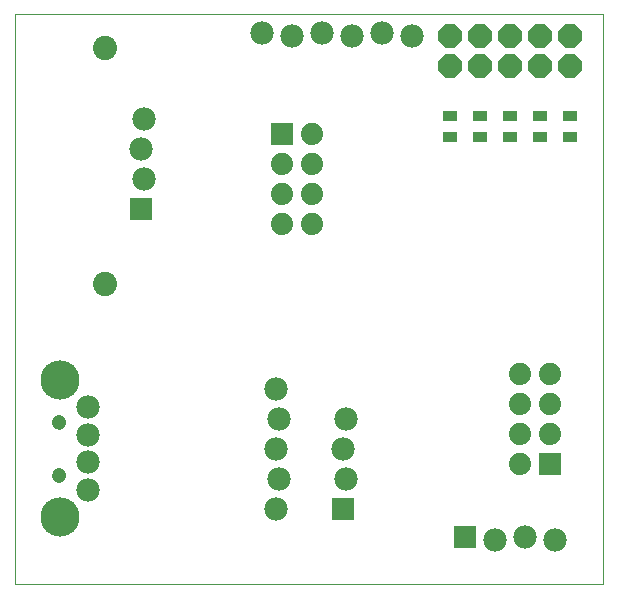
<source format=gbs>
G75*
G70*
%OFA0B0*%
%FSLAX24Y24*%
%IPPOS*%
%LPD*%
%AMOC8*
5,1,8,0,0,1.08239X$1,22.5*
%
%ADD10C,0.0000*%
%ADD11C,0.0740*%
%ADD12R,0.0740X0.0740*%
%ADD13C,0.0780*%
%ADD14C,0.1306*%
%ADD15C,0.0473*%
%ADD16R,0.0780X0.0780*%
%ADD17R,0.0512X0.0355*%
%ADD18OC8,0.0780*%
%ADD19C,0.0808*%
D10*
X005648Y000150D02*
X025268Y000150D01*
X025268Y019146D01*
X005648Y019146D01*
X005648Y000150D01*
X006892Y003764D02*
X006894Y003793D01*
X006900Y003821D01*
X006909Y003849D01*
X006922Y003875D01*
X006939Y003898D01*
X006958Y003920D01*
X006980Y003939D01*
X007005Y003954D01*
X007031Y003967D01*
X007059Y003975D01*
X007087Y003980D01*
X007116Y003981D01*
X007145Y003978D01*
X007173Y003971D01*
X007200Y003961D01*
X007226Y003947D01*
X007249Y003930D01*
X007270Y003910D01*
X007288Y003887D01*
X007303Y003862D01*
X007314Y003835D01*
X007322Y003807D01*
X007326Y003778D01*
X007326Y003750D01*
X007322Y003721D01*
X007314Y003693D01*
X007303Y003666D01*
X007288Y003641D01*
X007270Y003618D01*
X007249Y003598D01*
X007226Y003581D01*
X007200Y003567D01*
X007173Y003557D01*
X007145Y003550D01*
X007116Y003547D01*
X007087Y003548D01*
X007059Y003553D01*
X007031Y003561D01*
X007005Y003574D01*
X006980Y003589D01*
X006958Y003608D01*
X006939Y003630D01*
X006922Y003653D01*
X006909Y003679D01*
X006900Y003707D01*
X006894Y003735D01*
X006892Y003764D01*
X006892Y005536D02*
X006894Y005565D01*
X006900Y005593D01*
X006909Y005621D01*
X006922Y005647D01*
X006939Y005670D01*
X006958Y005692D01*
X006980Y005711D01*
X007005Y005726D01*
X007031Y005739D01*
X007059Y005747D01*
X007087Y005752D01*
X007116Y005753D01*
X007145Y005750D01*
X007173Y005743D01*
X007200Y005733D01*
X007226Y005719D01*
X007249Y005702D01*
X007270Y005682D01*
X007288Y005659D01*
X007303Y005634D01*
X007314Y005607D01*
X007322Y005579D01*
X007326Y005550D01*
X007326Y005522D01*
X007322Y005493D01*
X007314Y005465D01*
X007303Y005438D01*
X007288Y005413D01*
X007270Y005390D01*
X007249Y005370D01*
X007226Y005353D01*
X007200Y005339D01*
X007173Y005329D01*
X007145Y005322D01*
X007116Y005319D01*
X007087Y005320D01*
X007059Y005325D01*
X007031Y005333D01*
X007005Y005346D01*
X006980Y005361D01*
X006958Y005380D01*
X006939Y005402D01*
X006922Y005425D01*
X006909Y005451D01*
X006900Y005479D01*
X006894Y005507D01*
X006892Y005536D01*
D11*
X014553Y012150D03*
X015553Y012150D03*
X015553Y013150D03*
X014553Y013150D03*
X014553Y014150D03*
X015553Y014150D03*
X015553Y015150D03*
X022492Y007150D03*
X023492Y007150D03*
X023492Y006150D03*
X022492Y006150D03*
X022492Y005150D03*
X023492Y005150D03*
X022492Y004150D03*
D12*
X023492Y004150D03*
X014553Y015150D03*
D13*
X014898Y018400D03*
X015898Y018500D03*
X016898Y018400D03*
X017898Y018500D03*
X018898Y018400D03*
X013898Y018500D03*
X009948Y015650D03*
X009848Y014650D03*
X009948Y013650D03*
X014348Y006650D03*
X014448Y005650D03*
X014348Y004650D03*
X014448Y003650D03*
X014348Y002650D03*
X016698Y003650D03*
X016598Y004650D03*
X016698Y005650D03*
X021648Y001600D03*
X022648Y001700D03*
X023648Y001600D03*
X008093Y003272D03*
X008093Y004206D03*
X008093Y005094D03*
X008093Y006028D03*
D14*
X007148Y006933D03*
X007148Y002367D03*
D15*
X007109Y003764D03*
X007109Y005536D03*
D16*
X016598Y002650D03*
X020648Y001700D03*
X009848Y012650D03*
D17*
X020148Y015046D03*
X021148Y015046D03*
X021148Y015754D03*
X020148Y015754D03*
X022148Y015754D03*
X022148Y015046D03*
X023148Y015046D03*
X023148Y015754D03*
X024148Y015754D03*
X024148Y015046D03*
D18*
X024148Y017400D03*
X023148Y017400D03*
X022148Y017400D03*
X021148Y017400D03*
X020148Y017400D03*
X020148Y018400D03*
X021148Y018400D03*
X022148Y018400D03*
X023148Y018400D03*
X024148Y018400D03*
D19*
X008648Y018024D03*
X008648Y010150D03*
M02*

</source>
